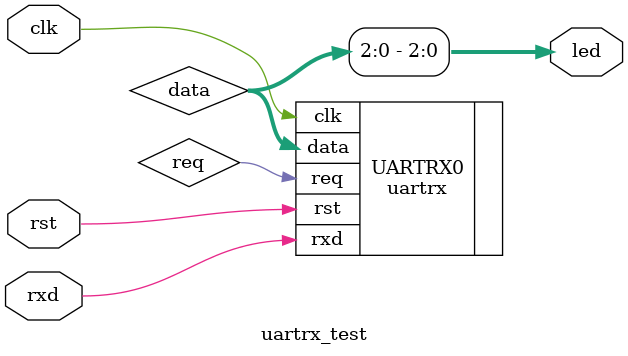
<source format=v>
`timescale 1ns / 1ps
module uartrx_test(
    input clk,
    input rst,
    input rxd,
    output [2:0] led
    );
	
	wire [7:0] data;
	wire req;
	
	assign led = data[2:0];
	
	uartrx #(.div(234)) UARTRX0(.clk(clk),.rst(rst),.rxd(rxd),.data(data),.req(req)); // div = 234 for 27Mhz at 115200 baud
endmodule

</source>
